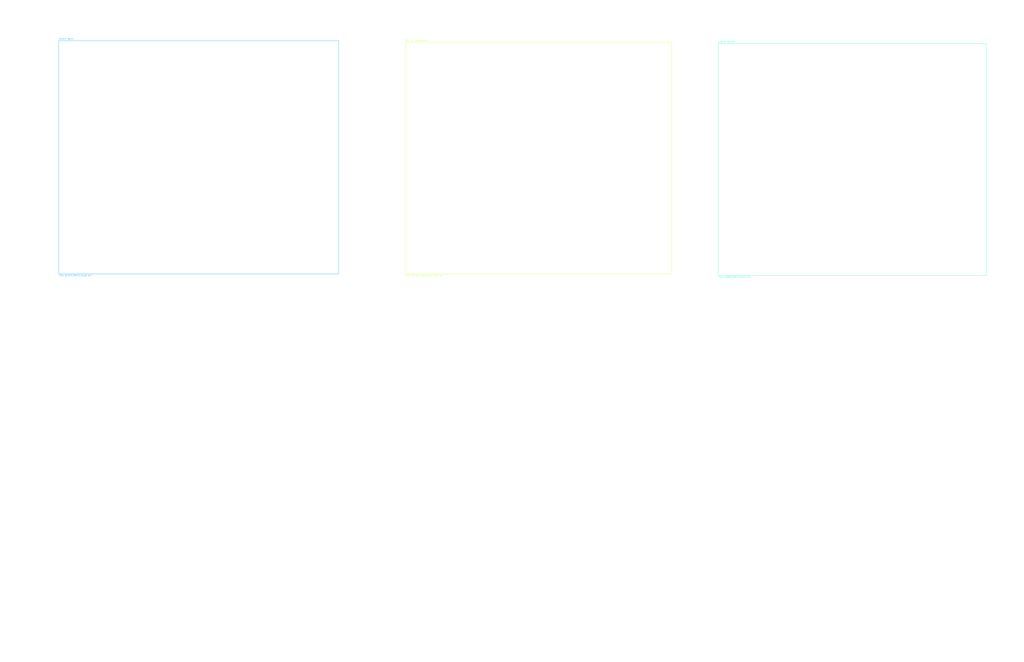
<source format=kicad_sch>
(kicad_sch
	(version 20250114)
	(generator "eeschema")
	(generator_version "9.0")
	(uuid "fb7dcea0-f0aa-436d-b376-9fbfab82fd79")
	(paper "D")
	(title_block
		(title "Inett Square X Replacement PCB")
		(date "2025-06-14")
	)
	(lib_symbols)
	(sheet
		(at 49.53 34.29)
		(size 236.22 196.85)
		(exclude_from_sim no)
		(in_bom yes)
		(on_board yes)
		(dnp no)
		(fields_autoplaced yes)
		(stroke
			(width 0.1524)
			(type solid)
			(color 54 185 255 1)
		)
		(fill
			(color 0 0 0 0.0000)
		)
		(uuid "38c3f13e-7564-47dc-a6f8-e0d4f3e89c9a")
		(property "Sheetname" "Switch Matrix"
			(at 49.53 33.5784 0)
			(effects
				(font
					(size 1.27 1.27)
					(color 54 185 255 1)
				)
				(justify left bottom)
			)
		)
		(property "Sheetfile" "Switch_Matrix.kicad_sch"
			(at 49.53 231.7246 0)
			(effects
				(font
					(size 1.27 1.27)
					(color 54 185 255 1)
				)
				(justify left top)
			)
		)
		(instances
			(project "Inett_60_PCB"
				(path "/fb7dcea0-f0aa-436d-b376-9fbfab82fd79"
					(page "1")
				)
			)
		)
	)
	(sheet
		(at 341.63 35.56)
		(size 224.79 195.58)
		(exclude_from_sim no)
		(in_bom yes)
		(on_board yes)
		(dnp no)
		(fields_autoplaced yes)
		(stroke
			(width 0.1524)
			(type solid)
			(color 213 255 101 1)
		)
		(fill
			(color 0 0 0 0.0000)
		)
		(uuid "7ca0c52b-a1ff-4918-a852-ffc145ea3291")
		(property "Sheetname" "MCU & Components"
			(at 341.63 34.8484 0)
			(effects
				(font
					(size 1.27 1.27)
					(color 213 255 101 1)
				)
				(justify left bottom)
			)
		)
		(property "Sheetfile" "MCU&Components.kicad_sch"
			(at 341.63 231.7246 0)
			(effects
				(font
					(size 1.27 1.27)
					(color 213 255 101 1)
				)
				(justify left top)
			)
		)
		(instances
			(project "Inett_60_PCB"
				(path "/fb7dcea0-f0aa-436d-b376-9fbfab82fd79"
					(page "2")
				)
			)
		)
	)
	(sheet
		(at 605.79 36.83)
		(size 226.06 195.58)
		(exclude_from_sim no)
		(in_bom yes)
		(on_board yes)
		(dnp no)
		(fields_autoplaced yes)
		(stroke
			(width 0.1524)
			(type solid)
			(color 80 255 201 1)
		)
		(fill
			(color 0 0 0 0.0000)
		)
		(uuid "ff480fe0-ed2d-43bf-8bb8-694bac942baf")
		(property "Sheetname" "USB & POWER"
			(at 605.79 36.1184 0)
			(effects
				(font
					(size 1.27 1.27)
					(color 80 255 201 1)
				)
				(justify left bottom)
			)
		)
		(property "Sheetfile" "USB&POWER.kicad_sch"
			(at 605.79 232.9946 0)
			(effects
				(font
					(size 1.27 1.27)
					(color 80 255 201 1)
				)
				(justify left top)
			)
		)
		(instances
			(project "Inett_60_PCB"
				(path "/fb7dcea0-f0aa-436d-b376-9fbfab82fd79"
					(page "3")
				)
			)
		)
	)
	(sheet_instances
		(path "/"
			(page "1")
		)
	)
	(embedded_fonts no)
)

</source>
